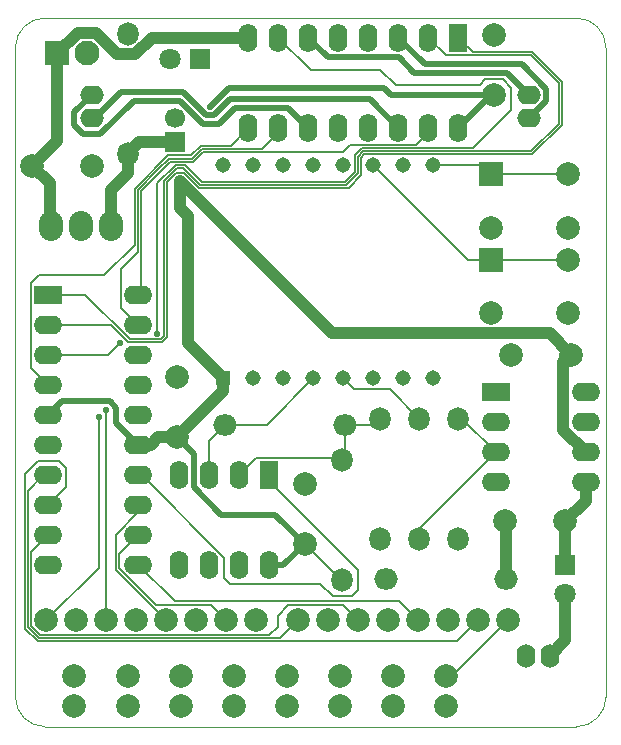
<source format=gbr>
G04 #@! TF.GenerationSoftware,KiCad,Pcbnew,(6.0.7)*
G04 #@! TF.CreationDate,2022-09-14T15:35:35+02:00*
G04 #@! TF.ProjectId,dancebots-pcb,64616e63-6562-46f7-9473-2d7063622e6b,rev?*
G04 #@! TF.SameCoordinates,PX5f5e100PY8f0d180*
G04 #@! TF.FileFunction,Copper,L1,Top*
G04 #@! TF.FilePolarity,Positive*
%FSLAX46Y46*%
G04 Gerber Fmt 4.6, Leading zero omitted, Abs format (unit mm)*
G04 Created by KiCad (PCBNEW (6.0.7)) date 2022-09-14 15:35:35*
%MOMM*%
%LPD*%
G01*
G04 APERTURE LIST*
G04 #@! TA.AperFunction,Profile*
%ADD10C,0.100000*%
G04 #@! TD*
G04 #@! TA.AperFunction,ComponentPad*
%ADD11C,2.000000*%
G04 #@! TD*
G04 #@! TA.AperFunction,ComponentPad*
%ADD12R,1.700000X1.700000*%
G04 #@! TD*
G04 #@! TA.AperFunction,ComponentPad*
%ADD13C,1.700000*%
G04 #@! TD*
G04 #@! TA.AperFunction,ComponentPad*
%ADD14R,1.800000X1.800000*%
G04 #@! TD*
G04 #@! TA.AperFunction,ComponentPad*
%ADD15C,1.800000*%
G04 #@! TD*
G04 #@! TA.AperFunction,ComponentPad*
%ADD16R,2.000000X2.000000*%
G04 #@! TD*
G04 #@! TA.AperFunction,ComponentPad*
%ADD17C,2.100000*%
G04 #@! TD*
G04 #@! TA.AperFunction,ComponentPad*
%ADD18O,2.000000X1.600000*%
G04 #@! TD*
G04 #@! TA.AperFunction,ComponentPad*
%ADD19O,1.600000X2.000000*%
G04 #@! TD*
G04 #@! TA.AperFunction,ComponentPad*
%ADD20O,1.800000X2.000000*%
G04 #@! TD*
G04 #@! TA.AperFunction,ComponentPad*
%ADD21O,2.000000X1.800000*%
G04 #@! TD*
G04 #@! TA.AperFunction,ComponentPad*
%ADD22O,2.032000X2.540000*%
G04 #@! TD*
G04 #@! TA.AperFunction,ComponentPad*
%ADD23R,1.600000X2.400000*%
G04 #@! TD*
G04 #@! TA.AperFunction,ComponentPad*
%ADD24O,1.600000X2.400000*%
G04 #@! TD*
G04 #@! TA.AperFunction,ComponentPad*
%ADD25R,2.400000X1.600000*%
G04 #@! TD*
G04 #@! TA.AperFunction,ComponentPad*
%ADD26O,2.400000X1.600000*%
G04 #@! TD*
G04 #@! TA.AperFunction,ComponentPad*
%ADD27R,1.308000X1.308000*%
G04 #@! TD*
G04 #@! TA.AperFunction,ComponentPad*
%ADD28C,1.308000*%
G04 #@! TD*
G04 #@! TA.AperFunction,ViaPad*
%ADD29C,0.560000*%
G04 #@! TD*
G04 #@! TA.AperFunction,Conductor*
%ADD30C,0.127000*%
G04 #@! TD*
G04 #@! TA.AperFunction,Conductor*
%ADD31C,1.000000*%
G04 #@! TD*
G04 #@! TA.AperFunction,Conductor*
%ADD32C,0.500000*%
G04 #@! TD*
G04 APERTURE END LIST*
D10*
X50000000Y57500000D02*
G75*
G03*
X47500000Y60000000I-2500000J0D01*
G01*
X50000000Y2500000D02*
X50000000Y57500000D01*
X47500000Y0D02*
G75*
G03*
X50000000Y2500000I0J2500000D01*
G01*
X2500000Y0D02*
X47500000Y0D01*
X0Y57500000D02*
X0Y2500000D01*
X0Y2500000D02*
G75*
G03*
X2500000Y0I2500000J0D01*
G01*
X2500000Y60000000D02*
G75*
G03*
X0Y57500000I0J-2500000D01*
G01*
X2500000Y60000000D02*
X47500000Y60000000D01*
D11*
X1435000Y47500000D03*
X6515000Y47500000D03*
D12*
X13500000Y49500000D03*
D13*
X13500000Y51500000D03*
D11*
X40500000Y58540000D03*
X40500000Y53460000D03*
X13675000Y29565000D03*
X13675000Y24485000D03*
X41960000Y31500000D03*
X47040000Y31500000D03*
X41485000Y17375000D03*
X46565000Y17375000D03*
D14*
X46550000Y13700000D03*
D15*
X46550000Y11200000D03*
D11*
X24500000Y15460000D03*
X24500000Y20540000D03*
D14*
X15600000Y56500000D03*
D15*
X13060000Y56500000D03*
D16*
X3530000Y57000000D03*
D17*
X6070000Y57000000D03*
D18*
X6500000Y51500000D03*
X6500000Y53500000D03*
X43500000Y53500000D03*
X43500000Y51500000D03*
D19*
X45250000Y6000000D03*
X43250000Y6000000D03*
D11*
X5000000Y1730000D03*
X5000000Y4270000D03*
X9500000Y1730000D03*
X9500000Y4270000D03*
X14000000Y1730000D03*
X14000000Y4270000D03*
X18500000Y1730000D03*
X18500000Y4270000D03*
X23000000Y1730000D03*
X23000000Y4270000D03*
X27500000Y1730000D03*
X27500000Y4270000D03*
X32000000Y1730000D03*
X32000000Y4270000D03*
X36500000Y1730000D03*
X36500000Y4270000D03*
D20*
X9500000Y48500000D03*
X9500000Y58660000D03*
D21*
X31400000Y12500000D03*
X41560000Y12500000D03*
X27900000Y25550000D03*
X17740000Y25550000D03*
D11*
X2625000Y9000000D03*
X5165000Y9000000D03*
X7705000Y9000000D03*
X10245000Y9000000D03*
X12785000Y9000000D03*
X15325000Y9000000D03*
X17865000Y9000000D03*
X20405000Y9000000D03*
X23950000Y9000000D03*
X26490000Y9000000D03*
X29030000Y9000000D03*
X31570000Y9000000D03*
X34110000Y9000000D03*
X36650000Y9000000D03*
X39190000Y9000000D03*
X41730000Y9000000D03*
D22*
X2985000Y42415000D03*
X5525000Y42415000D03*
X8065000Y42415000D03*
D23*
X37500000Y58325000D03*
D24*
X34960000Y58325000D03*
X32420000Y58325000D03*
X29880000Y58325000D03*
X27340000Y58325000D03*
X24800000Y58325000D03*
X22260000Y58325000D03*
X19720000Y58325000D03*
X19720000Y50705000D03*
X22260000Y50705000D03*
X24800000Y50705000D03*
X27340000Y50705000D03*
X29880000Y50705000D03*
X32420000Y50705000D03*
X34960000Y50705000D03*
X37500000Y50705000D03*
D25*
X2775000Y36550000D03*
D26*
X2775000Y34010000D03*
X2775000Y31470000D03*
X2775000Y28930000D03*
X2775000Y26390000D03*
X2775000Y23850000D03*
X2775000Y21310000D03*
X2775000Y18770000D03*
X2775000Y16230000D03*
X2775000Y13690000D03*
X10395000Y13690000D03*
X10395000Y16230000D03*
X10395000Y18770000D03*
X10395000Y21310000D03*
X10395000Y23850000D03*
X10395000Y26390000D03*
X10395000Y28930000D03*
X10395000Y31470000D03*
X10395000Y34010000D03*
X10395000Y36550000D03*
D25*
X40675000Y28300000D03*
D26*
X40675000Y25760000D03*
X40675000Y23220000D03*
X40675000Y20680000D03*
X48295000Y20680000D03*
X48295000Y23220000D03*
X48295000Y25760000D03*
X48295000Y28300000D03*
D23*
X21475000Y21275000D03*
D24*
X18935000Y21275000D03*
X16395000Y21275000D03*
X13855000Y21275000D03*
X13855000Y13655000D03*
X16395000Y13655000D03*
X18935000Y13655000D03*
X21475000Y13655000D03*
D27*
X17610000Y29483000D03*
D28*
X20150000Y29483000D03*
X22690000Y29483000D03*
X25230000Y29483000D03*
X27770000Y29483000D03*
X30310000Y29483000D03*
X32850000Y29483000D03*
X35390000Y29483000D03*
X35390000Y47517000D03*
X32850000Y47517000D03*
X30310000Y47517000D03*
X27770000Y47517000D03*
X25230000Y47517000D03*
X22690000Y47517000D03*
X20150000Y47517000D03*
X17610000Y47517000D03*
D20*
X34200000Y15900000D03*
X34200000Y26060000D03*
X37500000Y15900000D03*
X37500000Y26060000D03*
X27625000Y22575000D03*
X27625000Y12415000D03*
X30900000Y15900000D03*
X30900000Y26060000D03*
D16*
X40250000Y39500000D03*
D11*
X46750000Y39500000D03*
X40250000Y35000000D03*
X46750000Y35000000D03*
D16*
X40250000Y46750000D03*
D11*
X46750000Y46750000D03*
X40250000Y42250000D03*
X46750000Y42250000D03*
D29*
X16500000Y52500000D03*
X13900000Y46200000D03*
X7100000Y26250000D03*
X7675000Y26850000D03*
X8850000Y32500000D03*
X12000000Y33275000D03*
D30*
X46253501Y50932497D02*
X46253501Y54605004D01*
X43771005Y48450000D02*
X46253501Y50932497D01*
X46253501Y54605004D02*
X43765002Y57093502D01*
X29275270Y48175270D02*
X29550000Y48450000D01*
X29275270Y46675270D02*
X29275270Y48175270D01*
X14285808Y46890001D02*
X15557810Y45617998D01*
X28217998Y45617998D02*
X29275270Y46675270D01*
X13607009Y46890001D02*
X14285808Y46890001D01*
X12850000Y32972255D02*
X12850000Y46132992D01*
X12411245Y32533500D02*
X12850000Y32972255D01*
X12306241Y32787001D02*
X9671503Y32787001D01*
X14213812Y47320501D02*
X13679005Y47320501D01*
X29000000Y46841496D02*
X28030003Y45871499D01*
X29000000Y48270748D02*
X29000000Y46841496D01*
X36444999Y56840001D02*
X43659999Y56840001D01*
X46000000Y51037500D02*
X43666001Y48703501D01*
X8090000Y34010000D02*
X9566500Y32533500D01*
X29432753Y48703501D02*
X29000000Y48270748D01*
X34960000Y58325000D02*
X36444999Y56840001D01*
X5908504Y36550000D02*
X2775000Y36550000D01*
X9671503Y32787001D02*
X5908504Y36550000D01*
X28030003Y45871499D02*
X15662814Y45871499D01*
X12596499Y33077259D02*
X12306241Y32787001D01*
X12000000Y46000000D02*
X12000000Y33275000D01*
X14318815Y47574002D02*
X13574001Y47574002D01*
X15557810Y45617998D02*
X28217998Y45617998D01*
X46000000Y54500000D02*
X46000000Y51037500D01*
X28746499Y46946499D02*
X27925000Y46125000D01*
X28746499Y48375751D02*
X28746499Y46946499D01*
X38731498Y57093502D02*
X37500000Y58325000D01*
X29345748Y48975000D02*
X28746499Y48375751D01*
X13679005Y47320501D02*
X12596499Y46237996D01*
X43659999Y56840001D02*
X46000000Y54500000D01*
X38775000Y48975000D02*
X29345748Y48975000D01*
X42000000Y52200000D02*
X38775000Y48975000D01*
X29550000Y48450000D02*
X43771005Y48450000D01*
X42000000Y54100000D02*
X42000000Y52200000D01*
X39300000Y54300000D02*
X39800000Y54800000D01*
X12850000Y46132992D02*
X13607009Y46890001D01*
X32200000Y54300000D02*
X39300000Y54300000D01*
X30907500Y55592500D02*
X32200000Y54300000D01*
X43765002Y57093502D02*
X38731498Y57093502D01*
X24992500Y55592500D02*
X30907500Y55592500D01*
X39800000Y54800000D02*
X41300000Y54800000D01*
X9566500Y32533500D02*
X12411245Y32533500D01*
X22260000Y58325000D02*
X24992500Y55592500D01*
X12596499Y46237996D02*
X12596499Y33077259D01*
X15767817Y46125000D02*
X14318815Y47574002D01*
X43666001Y48703501D02*
X29432753Y48703501D01*
X13574001Y47574002D02*
X12000000Y46000000D01*
X15662814Y45871499D02*
X14213812Y47320501D01*
X27925000Y46125000D02*
X15767817Y46125000D01*
X2775000Y34010000D02*
X8090000Y34010000D01*
X41300000Y54800000D02*
X42000000Y54100000D01*
D31*
X5280000Y58750000D02*
X3530000Y57000000D01*
X10162742Y56960000D02*
X8584874Y56960000D01*
X11527742Y58325000D02*
X10162742Y56960000D01*
X8584874Y56960000D02*
X6794874Y58750000D01*
X6794874Y58750000D02*
X5280000Y58750000D01*
X19720000Y58325000D02*
X11527742Y58325000D01*
X12085000Y24485000D02*
X11450000Y23850000D01*
X11450000Y23850000D02*
X10395000Y23850000D01*
X13675000Y24485000D02*
X12085000Y24485000D01*
X46395000Y25120000D02*
X48295000Y23220000D01*
X46395000Y30855000D02*
X46395000Y25120000D01*
X47040000Y31500000D02*
X46395000Y30855000D01*
X13900000Y43900000D02*
X13900000Y46200000D01*
X14600000Y32493000D02*
X14600000Y43200000D01*
X14600000Y43200000D02*
X13900000Y43900000D01*
X17610000Y29483000D02*
X14600000Y32493000D01*
D30*
X18215000Y49200000D02*
X19720000Y50705000D01*
X15700000Y49200000D02*
X18215000Y49200000D01*
X14886500Y48386500D02*
X15700000Y49200000D01*
X10105006Y45558672D02*
X12932834Y48386500D01*
X10105006Y40805006D02*
X10105006Y45558672D01*
X7539244Y38239244D02*
X10105006Y40805006D01*
X1962244Y38239244D02*
X7539244Y38239244D01*
X1311500Y30393500D02*
X1311500Y37588500D01*
X2775000Y28930000D02*
X1311500Y30393500D01*
X8931500Y35473500D02*
X10395000Y34010000D01*
X8931500Y38747996D02*
X8931500Y35473500D01*
X10358507Y40175003D02*
X8931500Y38747996D01*
X12932834Y48386500D02*
X14886500Y48386500D01*
X10358507Y45452962D02*
X10358507Y40175003D01*
X12092499Y47186954D02*
X10358507Y45452962D01*
X12092499Y47187660D02*
X12092499Y47186954D01*
X12986342Y48081503D02*
X12092499Y47187660D01*
X14940007Y48081503D02*
X12986342Y48081503D01*
X15805003Y48946499D02*
X14940007Y48081503D01*
X20901499Y48946499D02*
X15805003Y48946499D01*
X22260000Y50305000D02*
X20901499Y48946499D01*
X1311500Y37588500D02*
X1962244Y38239244D01*
X10612008Y36767008D02*
X10395000Y36550000D01*
X10612008Y45347959D02*
X10612008Y36767008D01*
X12346000Y47081951D02*
X10612008Y45347959D01*
X22260000Y50705000D02*
X22260000Y50305000D01*
X12346000Y47082657D02*
X12346000Y47081951D01*
X15045010Y47828002D02*
X13091345Y47828002D01*
X27776246Y48692998D02*
X15910006Y48692998D01*
X28311749Y49228501D02*
X27776246Y48692998D01*
X33883501Y49228501D02*
X28311749Y49228501D01*
X34960000Y50305000D02*
X33883501Y49228501D01*
X34960000Y50705000D02*
X34960000Y50305000D01*
X13091345Y47828002D02*
X12346000Y47082657D01*
X15910006Y48692998D02*
X15045010Y47828002D01*
D31*
X45240000Y33300000D02*
X26800000Y33300000D01*
X47040000Y31500000D02*
X45240000Y33300000D01*
X26800000Y33300000D02*
X13900000Y46200000D01*
X2900000Y46035000D02*
X2900000Y42500000D01*
X2900000Y42500000D02*
X2985000Y42415000D01*
X1435000Y47500000D02*
X2900000Y46035000D01*
X9500000Y46900000D02*
X9500000Y48500000D01*
X8065000Y45465000D02*
X9500000Y46900000D01*
X8065000Y42415000D02*
X8065000Y45465000D01*
D32*
X26462500Y56662500D02*
X24800000Y58325000D01*
X33751501Y55348499D02*
X32437500Y56662500D01*
X41651501Y55348499D02*
X33751501Y55348499D01*
X32437500Y56662500D02*
X26462500Y56662500D01*
X43500000Y53500000D02*
X41651501Y55348499D01*
X31840000Y53460000D02*
X31200000Y54100000D01*
X31200000Y54100000D02*
X18100000Y54100000D01*
X40500000Y53460000D02*
X31840000Y53460000D01*
X23085001Y52419999D02*
X24800000Y50705000D01*
X18619999Y52419999D02*
X23085001Y52419999D01*
X17200000Y51000000D02*
X18619999Y52419999D01*
X15900000Y51000000D02*
X17200000Y51000000D01*
X7200000Y50200000D02*
X10000000Y53000000D01*
X10000000Y53000000D02*
X13900000Y53000000D01*
X5750000Y50200000D02*
X7200000Y50200000D01*
X13900000Y53000000D02*
X15900000Y51000000D01*
X5000000Y52000000D02*
X5000000Y50950000D01*
X5000000Y50950000D02*
X5750000Y50200000D01*
X6500000Y53500000D02*
X5000000Y52000000D01*
X8956769Y53710055D02*
X6746714Y51500000D01*
X14165754Y53710055D02*
X8956769Y53710055D01*
X16122307Y51753502D02*
X14165754Y53710055D01*
X18200000Y53100000D02*
X16853502Y51753502D01*
X16853502Y51753502D02*
X16122307Y51753502D01*
X6746714Y51500000D02*
X6500000Y51500000D01*
X32420000Y50705000D02*
X30025000Y53100000D01*
X30025000Y53100000D02*
X18200000Y53100000D01*
D31*
X3530000Y57000000D02*
X3530000Y55730000D01*
X3530000Y55730000D02*
X3530000Y49595000D01*
X3530000Y49595000D02*
X1435000Y47500000D01*
D32*
X15105000Y23055000D02*
X15105000Y20295000D01*
X24500000Y15460000D02*
X22010000Y17950000D01*
X22695000Y13655000D02*
X21475000Y13655000D01*
D31*
X10500000Y49500000D02*
X13500000Y49500000D01*
D32*
X40500000Y53460000D02*
X40255000Y53460000D01*
X13675000Y24485000D02*
X15105000Y23055000D01*
X24500000Y15460000D02*
X22695000Y13655000D01*
X8525000Y27000000D02*
X7975000Y27550000D01*
X22010000Y17950000D02*
X17450000Y17950000D01*
D31*
X13675000Y24485000D02*
X17610000Y28420000D01*
D32*
X18100000Y54100000D02*
X16500000Y52500000D01*
X10395000Y23850000D02*
X8525000Y25720000D01*
D31*
X9500000Y48500000D02*
X10500000Y49500000D01*
X17610000Y28420000D02*
X17610000Y29483000D01*
D32*
X15105000Y20295000D02*
X17450000Y17950000D01*
X40255000Y53460000D02*
X37500000Y50705000D01*
D30*
X27625000Y12415000D02*
X27545000Y12415000D01*
D32*
X8525000Y25720000D02*
X8525000Y27000000D01*
D30*
X27545000Y12415000D02*
X24500000Y15460000D01*
D32*
X3935000Y27550000D02*
X2775000Y26390000D01*
X7975000Y27550000D02*
X3935000Y27550000D01*
X44950000Y54017767D02*
X44950000Y52950000D01*
X34645000Y56100000D02*
X42867767Y56100000D01*
X42867767Y56100000D02*
X44950000Y54017767D01*
X44950000Y52950000D02*
X43500000Y51500000D01*
X32420000Y58325000D02*
X34645000Y56100000D01*
D30*
X28687500Y28565500D02*
X31694500Y28565500D01*
X31694500Y28565500D02*
X34200000Y26060000D01*
X27770000Y29483000D02*
X28687500Y28565500D01*
X16395000Y24205000D02*
X17740000Y25550000D01*
X16395000Y21275000D02*
X16395000Y24205000D01*
X21297000Y25550000D02*
X25230000Y29483000D01*
X17740000Y25550000D02*
X21297000Y25550000D01*
X37000000Y4270000D02*
X36500000Y4270000D01*
X41730000Y9000000D02*
X37000000Y4270000D01*
X2625000Y9000000D02*
X7100000Y13475000D01*
X7100000Y13475000D02*
X7100000Y26250000D01*
X7705000Y26820000D02*
X7675000Y26850000D01*
X7705000Y9000000D02*
X7705000Y26820000D01*
X8496499Y16235515D02*
X8496499Y13288501D01*
X8496499Y13288501D02*
X12785000Y9000000D01*
X10395000Y18770000D02*
X10395000Y18134016D01*
X10395000Y18134016D02*
X8496499Y16235515D01*
X16601500Y10263500D02*
X17865000Y9000000D01*
X8750000Y13430984D02*
X11917484Y10263500D01*
X10395000Y16230000D02*
X8750000Y14585000D01*
X8750000Y14585000D02*
X8750000Y13430984D01*
X11917484Y10263500D02*
X16601500Y10263500D01*
X22428501Y7478501D02*
X1980003Y7478501D01*
X1053501Y19988501D02*
X2375000Y21310000D01*
X23950000Y9000000D02*
X22428501Y7478501D01*
X2375000Y21310000D02*
X2775000Y21310000D01*
X1053501Y8405003D02*
X1053501Y19988501D01*
X1980003Y7478501D02*
X1053501Y8405003D01*
X1307002Y14762002D02*
X2775000Y16230000D01*
X21507002Y7732002D02*
X2085006Y7732002D01*
X1307002Y8510006D02*
X1307002Y14762002D01*
X22200000Y9400000D02*
X22200000Y8425000D01*
X2085006Y7732002D02*
X1307002Y8510006D01*
X29030000Y9000000D02*
X27766500Y10263500D01*
X27766500Y10263500D02*
X23063500Y10263500D01*
X22200000Y8425000D02*
X21507002Y7732002D01*
X23063500Y10263500D02*
X22200000Y9400000D01*
X34110000Y9000000D02*
X32510000Y10600000D01*
X32510000Y10600000D02*
X13485000Y10600000D01*
X13485000Y10600000D02*
X10395000Y13690000D01*
X800000Y21400000D02*
X1900000Y22500000D01*
X3700000Y22500000D02*
X4300000Y21900000D01*
X800000Y8300000D02*
X800000Y21400000D01*
X1875000Y7225000D02*
X800000Y8300000D01*
X1900000Y22500000D02*
X3700000Y22500000D01*
X37415000Y7225000D02*
X1875000Y7225000D01*
X4300000Y21900000D02*
X4300000Y20295000D01*
X39190000Y9000000D02*
X37415000Y7225000D01*
X4300000Y20295000D02*
X2775000Y18770000D01*
X7820000Y31470000D02*
X8850000Y32500000D01*
X2775000Y31470000D02*
X7820000Y31470000D01*
X17700000Y12600000D02*
X18200000Y12100000D01*
X18200000Y12100000D02*
X25800000Y12100000D01*
X29025000Y13275000D02*
X21475000Y20825000D01*
X26850000Y11050000D02*
X28500000Y11050000D01*
X10690000Y21310000D02*
X17700000Y14300000D01*
X29025000Y11575000D02*
X29025000Y13275000D01*
X10395000Y21310000D02*
X10690000Y21310000D01*
X21475000Y20825000D02*
X21475000Y21275000D01*
X17700000Y14300000D02*
X17700000Y12600000D01*
X28500000Y11050000D02*
X29025000Y11575000D01*
X25800000Y12100000D02*
X26850000Y11050000D01*
X35390000Y47517000D02*
X39483000Y47517000D01*
X39483000Y47517000D02*
X40250000Y46750000D01*
X40250000Y46750000D02*
X46750000Y46750000D01*
X38327000Y39500000D02*
X40250000Y39500000D01*
X40250000Y39500000D02*
X46750000Y39500000D01*
X30310000Y47517000D02*
X38327000Y39500000D01*
X20398500Y22738500D02*
X18935000Y21275000D01*
X27900000Y25550000D02*
X30390000Y25550000D01*
X30390000Y25550000D02*
X30900000Y26060000D01*
X27900000Y25550000D02*
X27900000Y22850000D01*
X27900000Y22850000D02*
X27625000Y22575000D01*
X27461500Y22738500D02*
X20398500Y22738500D01*
X27625000Y22575000D02*
X27461500Y22738500D01*
X37500000Y26060000D02*
X37835000Y26060000D01*
X34200000Y16745000D02*
X40675000Y23220000D01*
X37835000Y26060000D02*
X40675000Y23220000D01*
X34200000Y15900000D02*
X34200000Y16745000D01*
D32*
X41560000Y17300000D02*
X41485000Y17375000D01*
D31*
X41560000Y12500000D02*
X41560000Y17300000D01*
X46565000Y17375000D02*
X46565000Y13715000D01*
X46565000Y13715000D02*
X46550000Y13700000D01*
X48295000Y19105000D02*
X46565000Y17375000D01*
X48295000Y20680000D02*
X48295000Y19105000D01*
X46550000Y11200000D02*
X46550000Y7300000D01*
X46550000Y7300000D02*
X45250000Y6000000D01*
M02*

</source>
